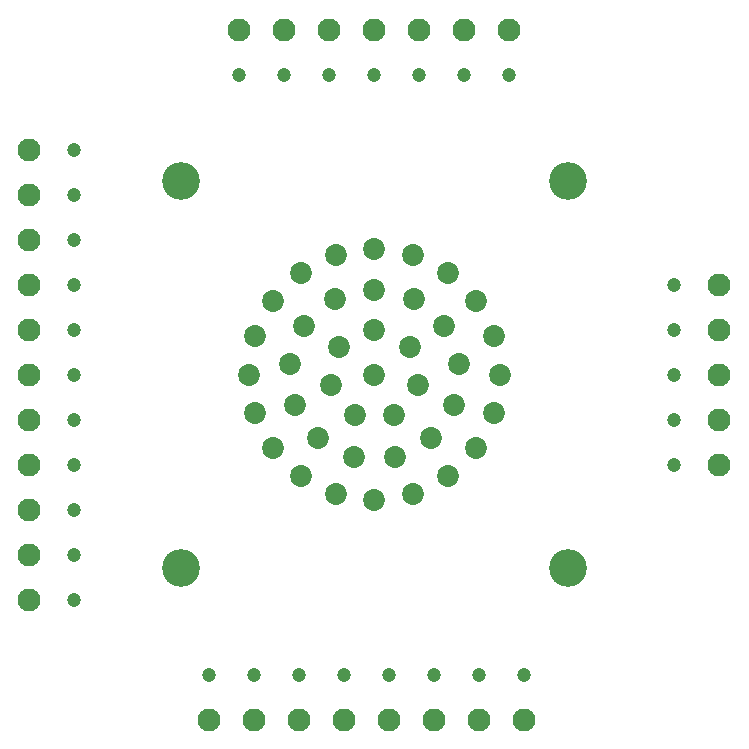
<source format=gbs>
G04 Layer_Color=16711935*
%FSLAX24Y24*%
%MOIN*%
G70*
G01*
G75*
%ADD16C,0.0474*%
%ADD17C,0.0769*%
%ADD18C,0.0730*%
%ADD19C,0.1261*%
D16*
X9500Y5000D02*
D03*
X11000D02*
D03*
X12500D02*
D03*
X14000D02*
D03*
X15500D02*
D03*
X17000D02*
D03*
X18500D02*
D03*
X20000D02*
D03*
X25000Y18000D02*
D03*
Y16500D02*
D03*
Y15000D02*
D03*
Y13500D02*
D03*
Y12000D02*
D03*
X19500Y25000D02*
D03*
X18000D02*
D03*
X16500D02*
D03*
X15000D02*
D03*
X13500D02*
D03*
X12000D02*
D03*
X10500D02*
D03*
X5000Y7500D02*
D03*
Y9000D02*
D03*
Y10500D02*
D03*
Y12000D02*
D03*
Y13500D02*
D03*
Y15000D02*
D03*
Y21000D02*
D03*
Y16500D02*
D03*
Y22500D02*
D03*
Y19500D02*
D03*
Y18000D02*
D03*
D17*
X9500Y3500D02*
D03*
X11000D02*
D03*
X12500D02*
D03*
X14000D02*
D03*
X15500D02*
D03*
X17000D02*
D03*
X18500D02*
D03*
X20000D02*
D03*
X26500Y18000D02*
D03*
Y16500D02*
D03*
Y15000D02*
D03*
Y13500D02*
D03*
Y12000D02*
D03*
X19500Y26500D02*
D03*
X18000D02*
D03*
X16500D02*
D03*
X15000D02*
D03*
X13500D02*
D03*
X12000D02*
D03*
X10500D02*
D03*
X3500Y7500D02*
D03*
Y9000D02*
D03*
Y10500D02*
D03*
Y12000D02*
D03*
Y13500D02*
D03*
Y15000D02*
D03*
Y21000D02*
D03*
Y16500D02*
D03*
Y22500D02*
D03*
Y19500D02*
D03*
Y18000D02*
D03*
D18*
X16292Y18975D02*
D03*
X17457Y18382D02*
D03*
X18382Y17457D02*
D03*
X18975Y16292D02*
D03*
X19180Y15000D02*
D03*
X18975Y13708D02*
D03*
X18382Y12543D02*
D03*
X17457Y11618D02*
D03*
X16292Y11025D02*
D03*
X15000Y10820D02*
D03*
X13708Y11025D02*
D03*
X12543Y11618D02*
D03*
X11618Y12543D02*
D03*
X11025Y13708D02*
D03*
X10820Y15000D02*
D03*
X11025Y16292D02*
D03*
X11618Y17457D02*
D03*
X12543Y18382D02*
D03*
X13708Y18975D02*
D03*
X15000Y19180D02*
D03*
X16315Y17506D02*
D03*
X17329Y16607D02*
D03*
X17809Y15341D02*
D03*
X17646Y13996D02*
D03*
X16877Y12882D02*
D03*
X15677Y12252D02*
D03*
X14323Y12252D02*
D03*
X13123Y12882D02*
D03*
X12354Y13997D02*
D03*
X12191Y15341D02*
D03*
X12671Y16608D02*
D03*
X13685Y17506D02*
D03*
X15000Y17830D02*
D03*
X16173Y15935D02*
D03*
X16462Y14666D02*
D03*
X15651Y13649D02*
D03*
X14349Y13649D02*
D03*
X13538Y14666D02*
D03*
X13827Y15935D02*
D03*
X15000Y16500D02*
D03*
Y15000D02*
D03*
D19*
X8551Y21449D02*
D03*
X21449D02*
D03*
Y8551D02*
D03*
X8551D02*
D03*
M02*

</source>
